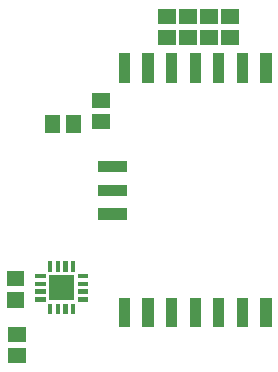
<source format=gbr>
G04 start of page 11 for group -4014 idx -4014 *
G04 Title: (unknown), bottompaste *
G04 Creator: pcb 20091103 *
G04 CreationDate: Wed May  9 21:08:20 2012 UTC *
G04 For: markrages *
G04 Format: Gerber/RS-274X *
G04 PCB-Dimensions: 315000 325000 *
G04 PCB-Coordinate-Origin: lower left *
%MOIN*%
%FSLAX25Y25*%
%LNBACKPASTE*%
%ADD11C,0.0200*%
%ADD22R,0.0512X0.0512*%
%ADD23R,0.0374X0.0374*%
%ADD24R,0.0146X0.0146*%
G54D23*X142894Y206318D02*Y200216D01*
Y124784D02*Y118682D01*
X150768Y206318D02*Y200216D01*
Y124784D02*Y118682D01*
X158642Y206318D02*Y200216D01*
Y124784D02*Y118682D01*
X166516Y206318D02*Y200216D01*
Y124784D02*Y118682D01*
X174390Y206318D02*Y200216D01*
Y124784D02*Y118682D01*
X182264Y206318D02*Y200216D01*
Y124784D02*Y118682D01*
X190138Y206318D02*Y200216D01*
Y124784D02*Y118682D01*
X135906Y170374D02*X142008D01*
X135906Y162500D02*X142008D01*
X135906Y154626D02*X142008D01*
G54D24*X118162Y138129D02*Y136043D01*
X120721Y138129D02*Y136043D01*
X123279Y138129D02*Y136043D01*
X125838Y138129D02*Y136043D01*
X128043Y133838D02*X130129D01*
X128043Y131279D02*X130129D01*
X128043Y128721D02*X130129D01*
X128043Y126162D02*X130129D01*
X125838Y123957D02*Y121871D01*
X123279Y123957D02*Y121871D01*
X120721Y123957D02*Y121871D01*
X118162Y123957D02*Y121871D01*
X113871Y126162D02*X115957D01*
X113871Y128721D02*X115957D01*
X113871Y131279D02*X115957D01*
X113871Y133838D02*X115957D01*
G54D11*G36*
X117867Y134133D02*Y125866D01*
X126134D01*
Y134133D01*
X117867D01*
G37*
G54D22*X170607Y213457D02*X171393D01*
X170607Y220543D02*X171393D01*
X134607Y192543D02*X135393D01*
X134607Y185457D02*X135393D01*
X106214Y133000D02*X107000D01*
X106214Y125914D02*X107000D01*
X106607Y114543D02*X107393D01*
X106607Y107457D02*X107393D01*
X156607Y220543D02*X157393D01*
X156607Y213457D02*X157393D01*
X163607Y220543D02*X164393D01*
X163607Y213457D02*X164393D01*
X177607D02*X178393D01*
X177607Y220543D02*X178393D01*
X118914Y185000D02*Y184214D01*
X126000Y185000D02*Y184214D01*
M02*

</source>
